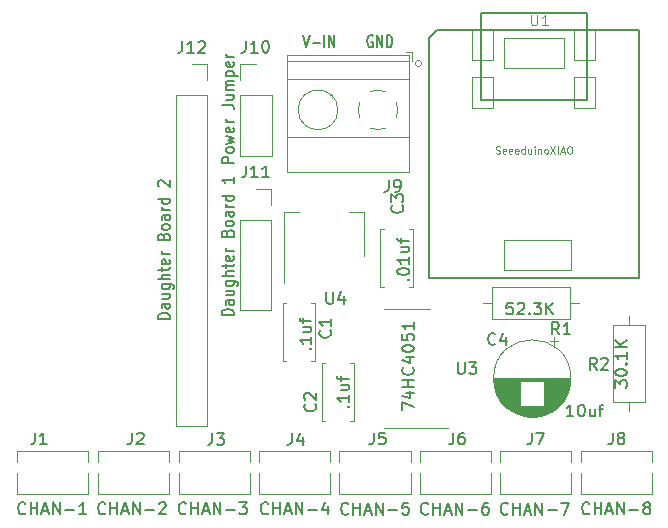
<source format=gbr>
%TF.GenerationSoftware,KiCad,Pcbnew,5.1.10-88a1d61d58~90~ubuntu20.04.1*%
%TF.CreationDate,2021-09-12T16:28:58-04:00*%
%TF.ProjectId,VoltageCurrentPowerMeter,566f6c74-6167-4654-9375-7272656e7450,rev?*%
%TF.SameCoordinates,Original*%
%TF.FileFunction,Legend,Top*%
%TF.FilePolarity,Positive*%
%FSLAX46Y46*%
G04 Gerber Fmt 4.6, Leading zero omitted, Abs format (unit mm)*
G04 Created by KiCad (PCBNEW 5.1.10-88a1d61d58~90~ubuntu20.04.1) date 2021-09-12 16:28:58*
%MOMM*%
%LPD*%
G01*
G04 APERTURE LIST*
%ADD10C,0.120000*%
%ADD11C,0.066040*%
%ADD12C,0.127000*%
%ADD13C,0.100000*%
%ADD14C,0.150000*%
%ADD15C,0.101600*%
%ADD16C,0.076200*%
G04 APERTURE END LIST*
D10*
%TO.C,J12*%
X69155000Y-87553800D02*
X71815000Y-87553800D01*
X69155000Y-87553800D02*
X69155000Y-115553800D01*
X69155000Y-115553800D02*
X71815000Y-115553800D01*
X71815000Y-87553800D02*
X71815000Y-115553800D01*
X71815000Y-84953800D02*
X71815000Y-86283800D01*
X70485000Y-84953800D02*
X71815000Y-84953800D01*
%TO.C,J10*%
X74616000Y-92668400D02*
X77276000Y-92668400D01*
X74616000Y-87528400D02*
X74616000Y-92668400D01*
X77276000Y-87528400D02*
X77276000Y-92668400D01*
X74616000Y-87528400D02*
X77276000Y-87528400D01*
X74616000Y-86258400D02*
X74616000Y-84928400D01*
X74616000Y-84928400D02*
X75946000Y-84928400D01*
%TO.C,J11*%
X74565200Y-98094800D02*
X77225200Y-98094800D01*
X74565200Y-98094800D02*
X74565200Y-105774800D01*
X74565200Y-105774800D02*
X77225200Y-105774800D01*
X77225200Y-98094800D02*
X77225200Y-105774800D01*
X77225200Y-95494800D02*
X77225200Y-96824800D01*
X75895200Y-95494800D02*
X77225200Y-95494800D01*
%TO.C,J8*%
X109436000Y-117692400D02*
X109436000Y-118642400D01*
X103416000Y-117692400D02*
X103416000Y-118642400D01*
X109436000Y-119542400D02*
X109436000Y-121362400D01*
X103416000Y-121362400D02*
X109436000Y-121362400D01*
X103416000Y-119542400D02*
X103416000Y-121362400D01*
X103416000Y-117692400D02*
X109436000Y-117692400D01*
%TO.C,J7*%
X102628800Y-117692400D02*
X102628800Y-118642400D01*
X96608800Y-117692400D02*
X96608800Y-118642400D01*
X102628800Y-119542400D02*
X102628800Y-121362400D01*
X96608800Y-121362400D02*
X102628800Y-121362400D01*
X96608800Y-119542400D02*
X96608800Y-121362400D01*
X96608800Y-117692400D02*
X102628800Y-117692400D01*
%TO.C,J6*%
X95821600Y-117692400D02*
X95821600Y-118642400D01*
X89801600Y-117692400D02*
X89801600Y-118642400D01*
X95821600Y-119542400D02*
X95821600Y-121362400D01*
X89801600Y-121362400D02*
X95821600Y-121362400D01*
X89801600Y-119542400D02*
X89801600Y-121362400D01*
X89801600Y-117692400D02*
X95821600Y-117692400D01*
%TO.C,J5*%
X89014400Y-117692400D02*
X89014400Y-118642400D01*
X82994400Y-117692400D02*
X82994400Y-118642400D01*
X89014400Y-119542400D02*
X89014400Y-121362400D01*
X82994400Y-121362400D02*
X89014400Y-121362400D01*
X82994400Y-119542400D02*
X82994400Y-121362400D01*
X82994400Y-117692400D02*
X89014400Y-117692400D01*
%TO.C,J4*%
X82207200Y-117692400D02*
X82207200Y-118642400D01*
X76187200Y-117692400D02*
X76187200Y-118642400D01*
X82207200Y-119542400D02*
X82207200Y-121362400D01*
X76187200Y-121362400D02*
X82207200Y-121362400D01*
X76187200Y-119542400D02*
X76187200Y-121362400D01*
X76187200Y-117692400D02*
X82207200Y-117692400D01*
%TO.C,J3*%
X75400000Y-117692400D02*
X75400000Y-118642400D01*
X69380000Y-117692400D02*
X69380000Y-118642400D01*
X75400000Y-119542400D02*
X75400000Y-121362400D01*
X69380000Y-121362400D02*
X75400000Y-121362400D01*
X69380000Y-119542400D02*
X69380000Y-121362400D01*
X69380000Y-117692400D02*
X75400000Y-117692400D01*
%TO.C,J2*%
X62522000Y-117692400D02*
X68542000Y-117692400D01*
X62522000Y-119542400D02*
X62522000Y-121362400D01*
X62522000Y-121362400D02*
X68542000Y-121362400D01*
X68542000Y-119542400D02*
X68542000Y-121362400D01*
X62522000Y-117692400D02*
X62522000Y-118642400D01*
X68542000Y-117692400D02*
X68542000Y-118642400D01*
%TO.C,J1*%
X61684000Y-117692400D02*
X61684000Y-118642400D01*
X55664000Y-117692400D02*
X55664000Y-118642400D01*
X61684000Y-119542400D02*
X61684000Y-121362400D01*
X55664000Y-121362400D02*
X61684000Y-121362400D01*
X55664000Y-119542400D02*
X55664000Y-121362400D01*
X55664000Y-117692400D02*
X61684000Y-117692400D01*
D11*
%TO.C,U1*%
X96926400Y-85242400D02*
X102006400Y-85242400D01*
X102006400Y-85242400D02*
X102006400Y-82702400D01*
X96926400Y-82702400D02*
X102006400Y-82702400D01*
X96926400Y-85242400D02*
X96926400Y-82702400D01*
X96926400Y-102387400D02*
X102641400Y-102387400D01*
X102641400Y-102387400D02*
X102641400Y-99847400D01*
X96926400Y-99847400D02*
X102641400Y-99847400D01*
X96926400Y-102387400D02*
X96926400Y-99847400D01*
X94259400Y-84607400D02*
X96037400Y-84607400D01*
X96037400Y-84607400D02*
X96037400Y-81940400D01*
X94259400Y-81940400D02*
X96037400Y-81940400D01*
X94259400Y-84607400D02*
X94259400Y-81940400D01*
X94259400Y-88673940D02*
X96037400Y-88673940D01*
X96037400Y-88673940D02*
X96037400Y-86004400D01*
X94259400Y-86004400D02*
X96037400Y-86004400D01*
X94259400Y-88673940D02*
X94259400Y-86004400D01*
X102895400Y-88673940D02*
X104673400Y-88673940D01*
X104673400Y-88673940D02*
X104673400Y-86004400D01*
X102895400Y-86004400D02*
X104673400Y-86004400D01*
X102895400Y-88673940D02*
X102895400Y-86004400D01*
X102895400Y-84607400D02*
X104673400Y-84607400D01*
X104673400Y-84607400D02*
X104673400Y-81940400D01*
X102895400Y-81940400D02*
X104673400Y-81940400D01*
X102895400Y-84607400D02*
X102895400Y-81940400D01*
D12*
X90576400Y-103022400D02*
X108374180Y-103022400D01*
X108374180Y-103022400D02*
X108374180Y-82024220D01*
X108374180Y-82024220D02*
X91246960Y-82024220D01*
X91246960Y-82024220D02*
X90576400Y-82694780D01*
X90576400Y-82694780D02*
X90576400Y-103022400D01*
X94975680Y-80599280D02*
X103969820Y-80599280D01*
X103969820Y-80599280D02*
X103969820Y-87952580D01*
X103969820Y-87952580D02*
X94970600Y-87952580D01*
X94970600Y-87952580D02*
X94970600Y-80599280D01*
D13*
X89941400Y-84861400D02*
G75*
G03*
X89941400Y-84861400I-254000J0D01*
G01*
D10*
%TO.C,U4*%
X85096400Y-97441500D02*
X83836400Y-97441500D01*
X78276400Y-97441500D02*
X79536400Y-97441500D01*
X85096400Y-101201500D02*
X85096400Y-97441500D01*
X78276400Y-103451500D02*
X78276400Y-97441500D01*
%TO.C,C1*%
X80922800Y-105135200D02*
X80922800Y-110075200D01*
X78182800Y-105135200D02*
X78182800Y-110075200D01*
X80922800Y-105135200D02*
X80607800Y-105135200D01*
X78497800Y-105135200D02*
X78182800Y-105135200D01*
X80922800Y-110075200D02*
X80607800Y-110075200D01*
X78497800Y-110075200D02*
X78182800Y-110075200D01*
%TO.C,C2*%
X83909800Y-110193600D02*
X84224800Y-110193600D01*
X81484800Y-110193600D02*
X81799800Y-110193600D01*
X83909800Y-115133600D02*
X84224800Y-115133600D01*
X81484800Y-115133600D02*
X81799800Y-115133600D01*
X84224800Y-115133600D02*
X84224800Y-110193600D01*
X81484800Y-115133600D02*
X81484800Y-110193600D01*
%TO.C,C3*%
X88888200Y-98865200D02*
X89203200Y-98865200D01*
X86463200Y-98865200D02*
X86778200Y-98865200D01*
X88888200Y-103805200D02*
X89203200Y-103805200D01*
X86463200Y-103805200D02*
X86778200Y-103805200D01*
X89203200Y-103805200D02*
X89203200Y-98865200D01*
X86463200Y-103805200D02*
X86463200Y-98865200D01*
%TO.C,C4*%
X101468000Y-108351559D02*
X100838000Y-108351559D01*
X101153000Y-108036559D02*
X101153000Y-108666559D01*
X99716000Y-114777800D02*
X98912000Y-114777800D01*
X99947000Y-114737800D02*
X98681000Y-114737800D01*
X100116000Y-114697800D02*
X98512000Y-114697800D01*
X100254000Y-114657800D02*
X98374000Y-114657800D01*
X100373000Y-114617800D02*
X98255000Y-114617800D01*
X100479000Y-114577800D02*
X98149000Y-114577800D01*
X100576000Y-114537800D02*
X98052000Y-114537800D01*
X100664000Y-114497800D02*
X97964000Y-114497800D01*
X100746000Y-114457800D02*
X97882000Y-114457800D01*
X100823000Y-114417800D02*
X97805000Y-114417800D01*
X100895000Y-114377800D02*
X97733000Y-114377800D01*
X100964000Y-114337800D02*
X97664000Y-114337800D01*
X101028000Y-114297800D02*
X97600000Y-114297800D01*
X101090000Y-114257800D02*
X97538000Y-114257800D01*
X101148000Y-114217800D02*
X97480000Y-114217800D01*
X101204000Y-114177800D02*
X97424000Y-114177800D01*
X101258000Y-114137800D02*
X97370000Y-114137800D01*
X101309000Y-114097800D02*
X97319000Y-114097800D01*
X101358000Y-114057800D02*
X97270000Y-114057800D01*
X101406000Y-114017800D02*
X97222000Y-114017800D01*
X101451000Y-113977800D02*
X97177000Y-113977800D01*
X101496000Y-113937800D02*
X97132000Y-113937800D01*
X101538000Y-113897800D02*
X97090000Y-113897800D01*
X101579000Y-113857800D02*
X97049000Y-113857800D01*
X98274000Y-113817800D02*
X97009000Y-113817800D01*
X101619000Y-113817800D02*
X100354000Y-113817800D01*
X98274000Y-113777800D02*
X96971000Y-113777800D01*
X101657000Y-113777800D02*
X100354000Y-113777800D01*
X98274000Y-113737800D02*
X96934000Y-113737800D01*
X101694000Y-113737800D02*
X100354000Y-113737800D01*
X98274000Y-113697800D02*
X96898000Y-113697800D01*
X101730000Y-113697800D02*
X100354000Y-113697800D01*
X98274000Y-113657800D02*
X96864000Y-113657800D01*
X101764000Y-113657800D02*
X100354000Y-113657800D01*
X98274000Y-113617800D02*
X96830000Y-113617800D01*
X101798000Y-113617800D02*
X100354000Y-113617800D01*
X98274000Y-113577800D02*
X96798000Y-113577800D01*
X101830000Y-113577800D02*
X100354000Y-113577800D01*
X98274000Y-113537800D02*
X96766000Y-113537800D01*
X101862000Y-113537800D02*
X100354000Y-113537800D01*
X98274000Y-113497800D02*
X96736000Y-113497800D01*
X101892000Y-113497800D02*
X100354000Y-113497800D01*
X98274000Y-113457800D02*
X96707000Y-113457800D01*
X101921000Y-113457800D02*
X100354000Y-113457800D01*
X98274000Y-113417800D02*
X96678000Y-113417800D01*
X101950000Y-113417800D02*
X100354000Y-113417800D01*
X98274000Y-113377800D02*
X96650000Y-113377800D01*
X101978000Y-113377800D02*
X100354000Y-113377800D01*
X98274000Y-113337800D02*
X96624000Y-113337800D01*
X102004000Y-113337800D02*
X100354000Y-113337800D01*
X98274000Y-113297800D02*
X96598000Y-113297800D01*
X102030000Y-113297800D02*
X100354000Y-113297800D01*
X98274000Y-113257800D02*
X96572000Y-113257800D01*
X102056000Y-113257800D02*
X100354000Y-113257800D01*
X98274000Y-113217800D02*
X96548000Y-113217800D01*
X102080000Y-113217800D02*
X100354000Y-113217800D01*
X98274000Y-113177800D02*
X96524000Y-113177800D01*
X102104000Y-113177800D02*
X100354000Y-113177800D01*
X98274000Y-113137800D02*
X96502000Y-113137800D01*
X102126000Y-113137800D02*
X100354000Y-113137800D01*
X98274000Y-113097800D02*
X96480000Y-113097800D01*
X102148000Y-113097800D02*
X100354000Y-113097800D01*
X98274000Y-113057800D02*
X96458000Y-113057800D01*
X102170000Y-113057800D02*
X100354000Y-113057800D01*
X98274000Y-113017800D02*
X96438000Y-113017800D01*
X102190000Y-113017800D02*
X100354000Y-113017800D01*
X98274000Y-112977800D02*
X96418000Y-112977800D01*
X102210000Y-112977800D02*
X100354000Y-112977800D01*
X98274000Y-112937800D02*
X96398000Y-112937800D01*
X102230000Y-112937800D02*
X100354000Y-112937800D01*
X98274000Y-112897800D02*
X96380000Y-112897800D01*
X102248000Y-112897800D02*
X100354000Y-112897800D01*
X98274000Y-112857800D02*
X96362000Y-112857800D01*
X102266000Y-112857800D02*
X100354000Y-112857800D01*
X98274000Y-112817800D02*
X96344000Y-112817800D01*
X102284000Y-112817800D02*
X100354000Y-112817800D01*
X98274000Y-112777800D02*
X96328000Y-112777800D01*
X102300000Y-112777800D02*
X100354000Y-112777800D01*
X98274000Y-112737800D02*
X96312000Y-112737800D01*
X102316000Y-112737800D02*
X100354000Y-112737800D01*
X98274000Y-112697800D02*
X96296000Y-112697800D01*
X102332000Y-112697800D02*
X100354000Y-112697800D01*
X98274000Y-112657800D02*
X96281000Y-112657800D01*
X102347000Y-112657800D02*
X100354000Y-112657800D01*
X98274000Y-112617800D02*
X96267000Y-112617800D01*
X102361000Y-112617800D02*
X100354000Y-112617800D01*
X98274000Y-112577800D02*
X96253000Y-112577800D01*
X102375000Y-112577800D02*
X100354000Y-112577800D01*
X98274000Y-112537800D02*
X96240000Y-112537800D01*
X102388000Y-112537800D02*
X100354000Y-112537800D01*
X98274000Y-112497800D02*
X96228000Y-112497800D01*
X102400000Y-112497800D02*
X100354000Y-112497800D01*
X98274000Y-112457800D02*
X96216000Y-112457800D01*
X102412000Y-112457800D02*
X100354000Y-112457800D01*
X98274000Y-112417800D02*
X96204000Y-112417800D01*
X102424000Y-112417800D02*
X100354000Y-112417800D01*
X98274000Y-112377800D02*
X96193000Y-112377800D01*
X102435000Y-112377800D02*
X100354000Y-112377800D01*
X98274000Y-112337800D02*
X96183000Y-112337800D01*
X102445000Y-112337800D02*
X100354000Y-112337800D01*
X98274000Y-112297800D02*
X96173000Y-112297800D01*
X102455000Y-112297800D02*
X100354000Y-112297800D01*
X98274000Y-112257800D02*
X96164000Y-112257800D01*
X102464000Y-112257800D02*
X100354000Y-112257800D01*
X98274000Y-112216800D02*
X96155000Y-112216800D01*
X102473000Y-112216800D02*
X100354000Y-112216800D01*
X98274000Y-112176800D02*
X96147000Y-112176800D01*
X102481000Y-112176800D02*
X100354000Y-112176800D01*
X98274000Y-112136800D02*
X96139000Y-112136800D01*
X102489000Y-112136800D02*
X100354000Y-112136800D01*
X98274000Y-112096800D02*
X96132000Y-112096800D01*
X102496000Y-112096800D02*
X100354000Y-112096800D01*
X98274000Y-112056800D02*
X96125000Y-112056800D01*
X102503000Y-112056800D02*
X100354000Y-112056800D01*
X98274000Y-112016800D02*
X96119000Y-112016800D01*
X102509000Y-112016800D02*
X100354000Y-112016800D01*
X98274000Y-111976800D02*
X96113000Y-111976800D01*
X102515000Y-111976800D02*
X100354000Y-111976800D01*
X98274000Y-111936800D02*
X96108000Y-111936800D01*
X102520000Y-111936800D02*
X100354000Y-111936800D01*
X98274000Y-111896800D02*
X96103000Y-111896800D01*
X102525000Y-111896800D02*
X100354000Y-111896800D01*
X98274000Y-111856800D02*
X96099000Y-111856800D01*
X102529000Y-111856800D02*
X100354000Y-111856800D01*
X98274000Y-111816800D02*
X96096000Y-111816800D01*
X102532000Y-111816800D02*
X100354000Y-111816800D01*
X98274000Y-111776800D02*
X96092000Y-111776800D01*
X102536000Y-111776800D02*
X100354000Y-111776800D01*
X102538000Y-111736800D02*
X96090000Y-111736800D01*
X102541000Y-111696800D02*
X96087000Y-111696800D01*
X102542000Y-111656800D02*
X96086000Y-111656800D01*
X102544000Y-111616800D02*
X96084000Y-111616800D01*
X102544000Y-111576800D02*
X96084000Y-111576800D01*
X102544000Y-111536800D02*
X96084000Y-111536800D01*
X102584000Y-111536800D02*
G75*
G03*
X102584000Y-111536800I-3270000J0D01*
G01*
%TO.C,J9*%
X89098400Y-83898400D02*
X88598400Y-83898400D01*
X89098400Y-84638400D02*
X89098400Y-83898400D01*
X82405400Y-87775400D02*
X82452400Y-87729400D01*
X80108400Y-90073400D02*
X80143400Y-90037400D01*
X82212400Y-87559400D02*
X82247400Y-87524400D01*
X79903400Y-89867400D02*
X79950400Y-89821400D01*
X78578400Y-94059400D02*
X78578400Y-84138400D01*
X88858400Y-94059400D02*
X88858400Y-84138400D01*
X88858400Y-84138400D02*
X78578400Y-84138400D01*
X88858400Y-94059400D02*
X78578400Y-94059400D01*
X88858400Y-91099400D02*
X78578400Y-91099400D01*
X88858400Y-86198400D02*
X78578400Y-86198400D01*
X88858400Y-84698400D02*
X78578400Y-84698400D01*
X82858400Y-88798400D02*
G75*
G03*
X82858400Y-88798400I-1680000J0D01*
G01*
X85575082Y-87263644D02*
G75*
G02*
X86258400Y-87118400I683318J-1534756D01*
G01*
X84722974Y-89481442D02*
G75*
G02*
X84723400Y-88114400I1535426J683042D01*
G01*
X86941442Y-90333826D02*
G75*
G02*
X85574400Y-90333400I-683042J1535426D01*
G01*
X87793826Y-88115358D02*
G75*
G02*
X87793400Y-89482400I-1535426J-683042D01*
G01*
X86229595Y-87118147D02*
G75*
G02*
X86942400Y-87263400I28805J-1680253D01*
G01*
%TO.C,R1*%
X95942400Y-103786000D02*
X95942400Y-106526000D01*
X95942400Y-106526000D02*
X102482400Y-106526000D01*
X102482400Y-106526000D02*
X102482400Y-103786000D01*
X102482400Y-103786000D02*
X95942400Y-103786000D01*
X95172400Y-105156000D02*
X95942400Y-105156000D01*
X103252400Y-105156000D02*
X102482400Y-105156000D01*
%TO.C,R2*%
X107492800Y-114326800D02*
X107492800Y-113556800D01*
X107492800Y-106246800D02*
X107492800Y-107016800D01*
X108862800Y-113556800D02*
X108862800Y-107016800D01*
X106122800Y-113556800D02*
X108862800Y-113556800D01*
X106122800Y-107016800D02*
X106122800Y-113556800D01*
X108862800Y-107016800D02*
X106122800Y-107016800D01*
%TO.C,U3*%
X88747600Y-115753200D02*
X92197600Y-115753200D01*
X88747600Y-115753200D02*
X86797600Y-115753200D01*
X88747600Y-105633200D02*
X90697600Y-105633200D01*
X88747600Y-105633200D02*
X86797600Y-105633200D01*
%TO.C,J12*%
D14*
X69675476Y-82966180D02*
X69675476Y-83680466D01*
X69627857Y-83823323D01*
X69532619Y-83918561D01*
X69389761Y-83966180D01*
X69294523Y-83966180D01*
X70675476Y-83966180D02*
X70104047Y-83966180D01*
X70389761Y-83966180D02*
X70389761Y-82966180D01*
X70294523Y-83109038D01*
X70199285Y-83204276D01*
X70104047Y-83251895D01*
X71056428Y-83061419D02*
X71104047Y-83013800D01*
X71199285Y-82966180D01*
X71437380Y-82966180D01*
X71532619Y-83013800D01*
X71580238Y-83061419D01*
X71627857Y-83156657D01*
X71627857Y-83251895D01*
X71580238Y-83394752D01*
X71008809Y-83966180D01*
X71627857Y-83966180D01*
X68625980Y-106484800D02*
X67625980Y-106484800D01*
X67625980Y-106270514D01*
X67673600Y-106141942D01*
X67768838Y-106056228D01*
X67864076Y-106013371D01*
X68054552Y-105970514D01*
X68197409Y-105970514D01*
X68387885Y-106013371D01*
X68483123Y-106056228D01*
X68578361Y-106141942D01*
X68625980Y-106270514D01*
X68625980Y-106484800D01*
X68625980Y-105199085D02*
X68102171Y-105199085D01*
X68006933Y-105241942D01*
X67959314Y-105327657D01*
X67959314Y-105499085D01*
X68006933Y-105584800D01*
X68578361Y-105199085D02*
X68625980Y-105284800D01*
X68625980Y-105499085D01*
X68578361Y-105584800D01*
X68483123Y-105627657D01*
X68387885Y-105627657D01*
X68292647Y-105584800D01*
X68245028Y-105499085D01*
X68245028Y-105284800D01*
X68197409Y-105199085D01*
X67959314Y-104384800D02*
X68625980Y-104384800D01*
X67959314Y-104770514D02*
X68483123Y-104770514D01*
X68578361Y-104727657D01*
X68625980Y-104641942D01*
X68625980Y-104513371D01*
X68578361Y-104427657D01*
X68530742Y-104384800D01*
X67959314Y-103570514D02*
X68768838Y-103570514D01*
X68864076Y-103613371D01*
X68911695Y-103656228D01*
X68959314Y-103741942D01*
X68959314Y-103870514D01*
X68911695Y-103956228D01*
X68578361Y-103570514D02*
X68625980Y-103656228D01*
X68625980Y-103827657D01*
X68578361Y-103913371D01*
X68530742Y-103956228D01*
X68435504Y-103999085D01*
X68149790Y-103999085D01*
X68054552Y-103956228D01*
X68006933Y-103913371D01*
X67959314Y-103827657D01*
X67959314Y-103656228D01*
X68006933Y-103570514D01*
X68625980Y-103141942D02*
X67625980Y-103141942D01*
X68625980Y-102756228D02*
X68102171Y-102756228D01*
X68006933Y-102799085D01*
X67959314Y-102884800D01*
X67959314Y-103013371D01*
X68006933Y-103099085D01*
X68054552Y-103141942D01*
X67959314Y-102456228D02*
X67959314Y-102113371D01*
X67625980Y-102327657D02*
X68483123Y-102327657D01*
X68578361Y-102284800D01*
X68625980Y-102199085D01*
X68625980Y-102113371D01*
X68578361Y-101470514D02*
X68625980Y-101556228D01*
X68625980Y-101727657D01*
X68578361Y-101813371D01*
X68483123Y-101856228D01*
X68102171Y-101856228D01*
X68006933Y-101813371D01*
X67959314Y-101727657D01*
X67959314Y-101556228D01*
X68006933Y-101470514D01*
X68102171Y-101427657D01*
X68197409Y-101427657D01*
X68292647Y-101856228D01*
X68625980Y-101041942D02*
X67959314Y-101041942D01*
X68149790Y-101041942D02*
X68054552Y-100999085D01*
X68006933Y-100956228D01*
X67959314Y-100870514D01*
X67959314Y-100784800D01*
X68102171Y-99499085D02*
X68149790Y-99370514D01*
X68197409Y-99327657D01*
X68292647Y-99284800D01*
X68435504Y-99284800D01*
X68530742Y-99327657D01*
X68578361Y-99370514D01*
X68625980Y-99456228D01*
X68625980Y-99799085D01*
X67625980Y-99799085D01*
X67625980Y-99499085D01*
X67673600Y-99413371D01*
X67721219Y-99370514D01*
X67816457Y-99327657D01*
X67911695Y-99327657D01*
X68006933Y-99370514D01*
X68054552Y-99413371D01*
X68102171Y-99499085D01*
X68102171Y-99799085D01*
X68625980Y-98770514D02*
X68578361Y-98856228D01*
X68530742Y-98899085D01*
X68435504Y-98941942D01*
X68149790Y-98941942D01*
X68054552Y-98899085D01*
X68006933Y-98856228D01*
X67959314Y-98770514D01*
X67959314Y-98641942D01*
X68006933Y-98556228D01*
X68054552Y-98513371D01*
X68149790Y-98470514D01*
X68435504Y-98470514D01*
X68530742Y-98513371D01*
X68578361Y-98556228D01*
X68625980Y-98641942D01*
X68625980Y-98770514D01*
X68625980Y-97699085D02*
X68102171Y-97699085D01*
X68006933Y-97741942D01*
X67959314Y-97827657D01*
X67959314Y-97999085D01*
X68006933Y-98084800D01*
X68578361Y-97699085D02*
X68625980Y-97784800D01*
X68625980Y-97999085D01*
X68578361Y-98084800D01*
X68483123Y-98127657D01*
X68387885Y-98127657D01*
X68292647Y-98084800D01*
X68245028Y-97999085D01*
X68245028Y-97784800D01*
X68197409Y-97699085D01*
X68625980Y-97270514D02*
X67959314Y-97270514D01*
X68149790Y-97270514D02*
X68054552Y-97227657D01*
X68006933Y-97184800D01*
X67959314Y-97099085D01*
X67959314Y-97013371D01*
X68625980Y-96327657D02*
X67625980Y-96327657D01*
X68578361Y-96327657D02*
X68625980Y-96413371D01*
X68625980Y-96584800D01*
X68578361Y-96670514D01*
X68530742Y-96713371D01*
X68435504Y-96756228D01*
X68149790Y-96756228D01*
X68054552Y-96713371D01*
X68006933Y-96670514D01*
X67959314Y-96584800D01*
X67959314Y-96413371D01*
X68006933Y-96327657D01*
X67721219Y-95256228D02*
X67673600Y-95213371D01*
X67625980Y-95127657D01*
X67625980Y-94913371D01*
X67673600Y-94827657D01*
X67721219Y-94784800D01*
X67816457Y-94741942D01*
X67911695Y-94741942D01*
X68054552Y-94784800D01*
X68625980Y-95299085D01*
X68625980Y-94741942D01*
%TO.C,J10*%
X75060276Y-82942180D02*
X75060276Y-83656466D01*
X75012657Y-83799323D01*
X74917419Y-83894561D01*
X74774561Y-83942180D01*
X74679323Y-83942180D01*
X76060276Y-83942180D02*
X75488847Y-83942180D01*
X75774561Y-83942180D02*
X75774561Y-82942180D01*
X75679323Y-83085038D01*
X75584085Y-83180276D01*
X75488847Y-83227895D01*
X76679323Y-82942180D02*
X76774561Y-82942180D01*
X76869800Y-82989800D01*
X76917419Y-83037419D01*
X76965038Y-83132657D01*
X77012657Y-83323133D01*
X77012657Y-83561228D01*
X76965038Y-83751704D01*
X76917419Y-83846942D01*
X76869800Y-83894561D01*
X76774561Y-83942180D01*
X76679323Y-83942180D01*
X76584085Y-83894561D01*
X76536466Y-83846942D01*
X76488847Y-83751704D01*
X76441228Y-83561228D01*
X76441228Y-83323133D01*
X76488847Y-83132657D01*
X76536466Y-83037419D01*
X76584085Y-82989800D01*
X76679323Y-82942180D01*
X74061580Y-93290457D02*
X73061580Y-93290457D01*
X73061580Y-92947600D01*
X73109200Y-92861885D01*
X73156819Y-92819028D01*
X73252057Y-92776171D01*
X73394914Y-92776171D01*
X73490152Y-92819028D01*
X73537771Y-92861885D01*
X73585390Y-92947600D01*
X73585390Y-93290457D01*
X74061580Y-92261885D02*
X74013961Y-92347600D01*
X73966342Y-92390457D01*
X73871104Y-92433314D01*
X73585390Y-92433314D01*
X73490152Y-92390457D01*
X73442533Y-92347600D01*
X73394914Y-92261885D01*
X73394914Y-92133314D01*
X73442533Y-92047600D01*
X73490152Y-92004742D01*
X73585390Y-91961885D01*
X73871104Y-91961885D01*
X73966342Y-92004742D01*
X74013961Y-92047600D01*
X74061580Y-92133314D01*
X74061580Y-92261885D01*
X73394914Y-91661885D02*
X74061580Y-91490457D01*
X73585390Y-91319028D01*
X74061580Y-91147600D01*
X73394914Y-90976171D01*
X74013961Y-90290457D02*
X74061580Y-90376171D01*
X74061580Y-90547600D01*
X74013961Y-90633314D01*
X73918723Y-90676171D01*
X73537771Y-90676171D01*
X73442533Y-90633314D01*
X73394914Y-90547600D01*
X73394914Y-90376171D01*
X73442533Y-90290457D01*
X73537771Y-90247600D01*
X73633009Y-90247600D01*
X73728247Y-90676171D01*
X74061580Y-89861885D02*
X73394914Y-89861885D01*
X73585390Y-89861885D02*
X73490152Y-89819028D01*
X73442533Y-89776171D01*
X73394914Y-89690457D01*
X73394914Y-89604742D01*
X73061580Y-88361885D02*
X73775866Y-88361885D01*
X73918723Y-88404742D01*
X74013961Y-88490457D01*
X74061580Y-88619028D01*
X74061580Y-88704742D01*
X73394914Y-87547600D02*
X74061580Y-87547600D01*
X73394914Y-87933314D02*
X73918723Y-87933314D01*
X74013961Y-87890457D01*
X74061580Y-87804742D01*
X74061580Y-87676171D01*
X74013961Y-87590457D01*
X73966342Y-87547600D01*
X74061580Y-87119028D02*
X73394914Y-87119028D01*
X73490152Y-87119028D02*
X73442533Y-87076171D01*
X73394914Y-86990457D01*
X73394914Y-86861885D01*
X73442533Y-86776171D01*
X73537771Y-86733314D01*
X74061580Y-86733314D01*
X73537771Y-86733314D02*
X73442533Y-86690457D01*
X73394914Y-86604742D01*
X73394914Y-86476171D01*
X73442533Y-86390457D01*
X73537771Y-86347600D01*
X74061580Y-86347600D01*
X73394914Y-85919028D02*
X74394914Y-85919028D01*
X73442533Y-85919028D02*
X73394914Y-85833314D01*
X73394914Y-85661885D01*
X73442533Y-85576171D01*
X73490152Y-85533314D01*
X73585390Y-85490457D01*
X73871104Y-85490457D01*
X73966342Y-85533314D01*
X74013961Y-85576171D01*
X74061580Y-85661885D01*
X74061580Y-85833314D01*
X74013961Y-85919028D01*
X74013961Y-84761885D02*
X74061580Y-84847600D01*
X74061580Y-85019028D01*
X74013961Y-85104742D01*
X73918723Y-85147600D01*
X73537771Y-85147600D01*
X73442533Y-85104742D01*
X73394914Y-85019028D01*
X73394914Y-84847600D01*
X73442533Y-84761885D01*
X73537771Y-84719028D01*
X73633009Y-84719028D01*
X73728247Y-85147600D01*
X74061580Y-84333314D02*
X73394914Y-84333314D01*
X73585390Y-84333314D02*
X73490152Y-84290457D01*
X73442533Y-84247600D01*
X73394914Y-84161885D01*
X73394914Y-84076171D01*
%TO.C,J11*%
X75085676Y-93507180D02*
X75085676Y-94221466D01*
X75038057Y-94364323D01*
X74942819Y-94459561D01*
X74799961Y-94507180D01*
X74704723Y-94507180D01*
X76085676Y-94507180D02*
X75514247Y-94507180D01*
X75799961Y-94507180D02*
X75799961Y-93507180D01*
X75704723Y-93650038D01*
X75609485Y-93745276D01*
X75514247Y-93792895D01*
X77038057Y-94507180D02*
X76466628Y-94507180D01*
X76752342Y-94507180D02*
X76752342Y-93507180D01*
X76657104Y-93650038D01*
X76561866Y-93745276D01*
X76466628Y-93792895D01*
X74036180Y-106205400D02*
X73036180Y-106205400D01*
X73036180Y-105991114D01*
X73083800Y-105862542D01*
X73179038Y-105776828D01*
X73274276Y-105733971D01*
X73464752Y-105691114D01*
X73607609Y-105691114D01*
X73798085Y-105733971D01*
X73893323Y-105776828D01*
X73988561Y-105862542D01*
X74036180Y-105991114D01*
X74036180Y-106205400D01*
X74036180Y-104919685D02*
X73512371Y-104919685D01*
X73417133Y-104962542D01*
X73369514Y-105048257D01*
X73369514Y-105219685D01*
X73417133Y-105305400D01*
X73988561Y-104919685D02*
X74036180Y-105005400D01*
X74036180Y-105219685D01*
X73988561Y-105305400D01*
X73893323Y-105348257D01*
X73798085Y-105348257D01*
X73702847Y-105305400D01*
X73655228Y-105219685D01*
X73655228Y-105005400D01*
X73607609Y-104919685D01*
X73369514Y-104105400D02*
X74036180Y-104105400D01*
X73369514Y-104491114D02*
X73893323Y-104491114D01*
X73988561Y-104448257D01*
X74036180Y-104362542D01*
X74036180Y-104233971D01*
X73988561Y-104148257D01*
X73940942Y-104105400D01*
X73369514Y-103291114D02*
X74179038Y-103291114D01*
X74274276Y-103333971D01*
X74321895Y-103376828D01*
X74369514Y-103462542D01*
X74369514Y-103591114D01*
X74321895Y-103676828D01*
X73988561Y-103291114D02*
X74036180Y-103376828D01*
X74036180Y-103548257D01*
X73988561Y-103633971D01*
X73940942Y-103676828D01*
X73845704Y-103719685D01*
X73559990Y-103719685D01*
X73464752Y-103676828D01*
X73417133Y-103633971D01*
X73369514Y-103548257D01*
X73369514Y-103376828D01*
X73417133Y-103291114D01*
X74036180Y-102862542D02*
X73036180Y-102862542D01*
X74036180Y-102476828D02*
X73512371Y-102476828D01*
X73417133Y-102519685D01*
X73369514Y-102605400D01*
X73369514Y-102733971D01*
X73417133Y-102819685D01*
X73464752Y-102862542D01*
X73369514Y-102176828D02*
X73369514Y-101833971D01*
X73036180Y-102048257D02*
X73893323Y-102048257D01*
X73988561Y-102005400D01*
X74036180Y-101919685D01*
X74036180Y-101833971D01*
X73988561Y-101191114D02*
X74036180Y-101276828D01*
X74036180Y-101448257D01*
X73988561Y-101533971D01*
X73893323Y-101576828D01*
X73512371Y-101576828D01*
X73417133Y-101533971D01*
X73369514Y-101448257D01*
X73369514Y-101276828D01*
X73417133Y-101191114D01*
X73512371Y-101148257D01*
X73607609Y-101148257D01*
X73702847Y-101576828D01*
X74036180Y-100762542D02*
X73369514Y-100762542D01*
X73559990Y-100762542D02*
X73464752Y-100719685D01*
X73417133Y-100676828D01*
X73369514Y-100591114D01*
X73369514Y-100505400D01*
X73512371Y-99219685D02*
X73559990Y-99091114D01*
X73607609Y-99048257D01*
X73702847Y-99005400D01*
X73845704Y-99005400D01*
X73940942Y-99048257D01*
X73988561Y-99091114D01*
X74036180Y-99176828D01*
X74036180Y-99519685D01*
X73036180Y-99519685D01*
X73036180Y-99219685D01*
X73083800Y-99133971D01*
X73131419Y-99091114D01*
X73226657Y-99048257D01*
X73321895Y-99048257D01*
X73417133Y-99091114D01*
X73464752Y-99133971D01*
X73512371Y-99219685D01*
X73512371Y-99519685D01*
X74036180Y-98491114D02*
X73988561Y-98576828D01*
X73940942Y-98619685D01*
X73845704Y-98662542D01*
X73559990Y-98662542D01*
X73464752Y-98619685D01*
X73417133Y-98576828D01*
X73369514Y-98491114D01*
X73369514Y-98362542D01*
X73417133Y-98276828D01*
X73464752Y-98233971D01*
X73559990Y-98191114D01*
X73845704Y-98191114D01*
X73940942Y-98233971D01*
X73988561Y-98276828D01*
X74036180Y-98362542D01*
X74036180Y-98491114D01*
X74036180Y-97419685D02*
X73512371Y-97419685D01*
X73417133Y-97462542D01*
X73369514Y-97548257D01*
X73369514Y-97719685D01*
X73417133Y-97805400D01*
X73988561Y-97419685D02*
X74036180Y-97505400D01*
X74036180Y-97719685D01*
X73988561Y-97805400D01*
X73893323Y-97848257D01*
X73798085Y-97848257D01*
X73702847Y-97805400D01*
X73655228Y-97719685D01*
X73655228Y-97505400D01*
X73607609Y-97419685D01*
X74036180Y-96991114D02*
X73369514Y-96991114D01*
X73559990Y-96991114D02*
X73464752Y-96948257D01*
X73417133Y-96905400D01*
X73369514Y-96819685D01*
X73369514Y-96733971D01*
X74036180Y-96048257D02*
X73036180Y-96048257D01*
X73988561Y-96048257D02*
X74036180Y-96133971D01*
X74036180Y-96305400D01*
X73988561Y-96391114D01*
X73940942Y-96433971D01*
X73845704Y-96476828D01*
X73559990Y-96476828D01*
X73464752Y-96433971D01*
X73417133Y-96391114D01*
X73369514Y-96305400D01*
X73369514Y-96133971D01*
X73417133Y-96048257D01*
X74036180Y-94462542D02*
X74036180Y-94976828D01*
X74036180Y-94719685D02*
X73036180Y-94719685D01*
X73179038Y-94805400D01*
X73274276Y-94891114D01*
X73321895Y-94976828D01*
%TO.C,J8*%
X106118066Y-116114580D02*
X106118066Y-116828866D01*
X106070447Y-116971723D01*
X105975209Y-117066961D01*
X105832352Y-117114580D01*
X105737114Y-117114580D01*
X106737114Y-116543152D02*
X106641876Y-116495533D01*
X106594257Y-116447914D01*
X106546638Y-116352676D01*
X106546638Y-116305057D01*
X106594257Y-116209819D01*
X106641876Y-116162200D01*
X106737114Y-116114580D01*
X106927590Y-116114580D01*
X107022828Y-116162200D01*
X107070447Y-116209819D01*
X107118066Y-116305057D01*
X107118066Y-116352676D01*
X107070447Y-116447914D01*
X107022828Y-116495533D01*
X106927590Y-116543152D01*
X106737114Y-116543152D01*
X106641876Y-116590771D01*
X106594257Y-116638390D01*
X106546638Y-116733628D01*
X106546638Y-116924104D01*
X106594257Y-117019342D01*
X106641876Y-117066961D01*
X106737114Y-117114580D01*
X106927590Y-117114580D01*
X107022828Y-117066961D01*
X107070447Y-117019342D01*
X107118066Y-116924104D01*
X107118066Y-116733628D01*
X107070447Y-116638390D01*
X107022828Y-116590771D01*
X106927590Y-116543152D01*
X104164095Y-122937542D02*
X104116476Y-122985161D01*
X103973619Y-123032780D01*
X103878380Y-123032780D01*
X103735523Y-122985161D01*
X103640285Y-122889923D01*
X103592666Y-122794685D01*
X103545047Y-122604209D01*
X103545047Y-122461352D01*
X103592666Y-122270876D01*
X103640285Y-122175638D01*
X103735523Y-122080400D01*
X103878380Y-122032780D01*
X103973619Y-122032780D01*
X104116476Y-122080400D01*
X104164095Y-122128019D01*
X104592666Y-123032780D02*
X104592666Y-122032780D01*
X104592666Y-122508971D02*
X105164095Y-122508971D01*
X105164095Y-123032780D02*
X105164095Y-122032780D01*
X105592666Y-122747066D02*
X106068857Y-122747066D01*
X105497428Y-123032780D02*
X105830761Y-122032780D01*
X106164095Y-123032780D01*
X106497428Y-123032780D02*
X106497428Y-122032780D01*
X107068857Y-123032780D01*
X107068857Y-122032780D01*
X107545047Y-122651828D02*
X108306952Y-122651828D01*
X108926000Y-122461352D02*
X108830761Y-122413733D01*
X108783142Y-122366114D01*
X108735523Y-122270876D01*
X108735523Y-122223257D01*
X108783142Y-122128019D01*
X108830761Y-122080400D01*
X108926000Y-122032780D01*
X109116476Y-122032780D01*
X109211714Y-122080400D01*
X109259333Y-122128019D01*
X109306952Y-122223257D01*
X109306952Y-122270876D01*
X109259333Y-122366114D01*
X109211714Y-122413733D01*
X109116476Y-122461352D01*
X108926000Y-122461352D01*
X108830761Y-122508971D01*
X108783142Y-122556590D01*
X108735523Y-122651828D01*
X108735523Y-122842304D01*
X108783142Y-122937542D01*
X108830761Y-122985161D01*
X108926000Y-123032780D01*
X109116476Y-123032780D01*
X109211714Y-122985161D01*
X109259333Y-122937542D01*
X109306952Y-122842304D01*
X109306952Y-122651828D01*
X109259333Y-122556590D01*
X109211714Y-122508971D01*
X109116476Y-122461352D01*
%TO.C,J7*%
X99285466Y-116114580D02*
X99285466Y-116828866D01*
X99237847Y-116971723D01*
X99142609Y-117066961D01*
X98999752Y-117114580D01*
X98904514Y-117114580D01*
X99666419Y-116114580D02*
X100333085Y-116114580D01*
X99904514Y-117114580D01*
X97255295Y-122962942D02*
X97207676Y-123010561D01*
X97064819Y-123058180D01*
X96969580Y-123058180D01*
X96826723Y-123010561D01*
X96731485Y-122915323D01*
X96683866Y-122820085D01*
X96636247Y-122629609D01*
X96636247Y-122486752D01*
X96683866Y-122296276D01*
X96731485Y-122201038D01*
X96826723Y-122105800D01*
X96969580Y-122058180D01*
X97064819Y-122058180D01*
X97207676Y-122105800D01*
X97255295Y-122153419D01*
X97683866Y-123058180D02*
X97683866Y-122058180D01*
X97683866Y-122534371D02*
X98255295Y-122534371D01*
X98255295Y-123058180D02*
X98255295Y-122058180D01*
X98683866Y-122772466D02*
X99160057Y-122772466D01*
X98588628Y-123058180D02*
X98921961Y-122058180D01*
X99255295Y-123058180D01*
X99588628Y-123058180D02*
X99588628Y-122058180D01*
X100160057Y-123058180D01*
X100160057Y-122058180D01*
X100636247Y-122677228D02*
X101398152Y-122677228D01*
X101779104Y-122058180D02*
X102445771Y-122058180D01*
X102017200Y-123058180D01*
%TO.C,J6*%
X92630666Y-116114580D02*
X92630666Y-116828866D01*
X92583047Y-116971723D01*
X92487809Y-117066961D01*
X92344952Y-117114580D01*
X92249714Y-117114580D01*
X93535428Y-116114580D02*
X93344952Y-116114580D01*
X93249714Y-116162200D01*
X93202095Y-116209819D01*
X93106857Y-116352676D01*
X93059238Y-116543152D01*
X93059238Y-116924104D01*
X93106857Y-117019342D01*
X93154476Y-117066961D01*
X93249714Y-117114580D01*
X93440190Y-117114580D01*
X93535428Y-117066961D01*
X93583047Y-117019342D01*
X93630666Y-116924104D01*
X93630666Y-116686009D01*
X93583047Y-116590771D01*
X93535428Y-116543152D01*
X93440190Y-116495533D01*
X93249714Y-116495533D01*
X93154476Y-116543152D01*
X93106857Y-116590771D01*
X93059238Y-116686009D01*
X90498895Y-122962942D02*
X90451276Y-123010561D01*
X90308419Y-123058180D01*
X90213180Y-123058180D01*
X90070323Y-123010561D01*
X89975085Y-122915323D01*
X89927466Y-122820085D01*
X89879847Y-122629609D01*
X89879847Y-122486752D01*
X89927466Y-122296276D01*
X89975085Y-122201038D01*
X90070323Y-122105800D01*
X90213180Y-122058180D01*
X90308419Y-122058180D01*
X90451276Y-122105800D01*
X90498895Y-122153419D01*
X90927466Y-123058180D02*
X90927466Y-122058180D01*
X90927466Y-122534371D02*
X91498895Y-122534371D01*
X91498895Y-123058180D02*
X91498895Y-122058180D01*
X91927466Y-122772466D02*
X92403657Y-122772466D01*
X91832228Y-123058180D02*
X92165561Y-122058180D01*
X92498895Y-123058180D01*
X92832228Y-123058180D02*
X92832228Y-122058180D01*
X93403657Y-123058180D01*
X93403657Y-122058180D01*
X93879847Y-122677228D02*
X94641752Y-122677228D01*
X95546514Y-122058180D02*
X95356038Y-122058180D01*
X95260800Y-122105800D01*
X95213180Y-122153419D01*
X95117942Y-122296276D01*
X95070323Y-122486752D01*
X95070323Y-122867704D01*
X95117942Y-122962942D01*
X95165561Y-123010561D01*
X95260800Y-123058180D01*
X95451276Y-123058180D01*
X95546514Y-123010561D01*
X95594133Y-122962942D01*
X95641752Y-122867704D01*
X95641752Y-122629609D01*
X95594133Y-122534371D01*
X95546514Y-122486752D01*
X95451276Y-122439133D01*
X95260800Y-122439133D01*
X95165561Y-122486752D01*
X95117942Y-122534371D01*
X95070323Y-122629609D01*
%TO.C,J5*%
X85899666Y-116114580D02*
X85899666Y-116828866D01*
X85852047Y-116971723D01*
X85756809Y-117066961D01*
X85613952Y-117114580D01*
X85518714Y-117114580D01*
X86852047Y-116114580D02*
X86375857Y-116114580D01*
X86328238Y-116590771D01*
X86375857Y-116543152D01*
X86471095Y-116495533D01*
X86709190Y-116495533D01*
X86804428Y-116543152D01*
X86852047Y-116590771D01*
X86899666Y-116686009D01*
X86899666Y-116924104D01*
X86852047Y-117019342D01*
X86804428Y-117066961D01*
X86709190Y-117114580D01*
X86471095Y-117114580D01*
X86375857Y-117066961D01*
X86328238Y-117019342D01*
X83742495Y-122962942D02*
X83694876Y-123010561D01*
X83552019Y-123058180D01*
X83456780Y-123058180D01*
X83313923Y-123010561D01*
X83218685Y-122915323D01*
X83171066Y-122820085D01*
X83123447Y-122629609D01*
X83123447Y-122486752D01*
X83171066Y-122296276D01*
X83218685Y-122201038D01*
X83313923Y-122105800D01*
X83456780Y-122058180D01*
X83552019Y-122058180D01*
X83694876Y-122105800D01*
X83742495Y-122153419D01*
X84171066Y-123058180D02*
X84171066Y-122058180D01*
X84171066Y-122534371D02*
X84742495Y-122534371D01*
X84742495Y-123058180D02*
X84742495Y-122058180D01*
X85171066Y-122772466D02*
X85647257Y-122772466D01*
X85075828Y-123058180D02*
X85409161Y-122058180D01*
X85742495Y-123058180D01*
X86075828Y-123058180D02*
X86075828Y-122058180D01*
X86647257Y-123058180D01*
X86647257Y-122058180D01*
X87123447Y-122677228D02*
X87885352Y-122677228D01*
X88837733Y-122058180D02*
X88361542Y-122058180D01*
X88313923Y-122534371D01*
X88361542Y-122486752D01*
X88456780Y-122439133D01*
X88694876Y-122439133D01*
X88790114Y-122486752D01*
X88837733Y-122534371D01*
X88885352Y-122629609D01*
X88885352Y-122867704D01*
X88837733Y-122962942D01*
X88790114Y-123010561D01*
X88694876Y-123058180D01*
X88456780Y-123058180D01*
X88361542Y-123010561D01*
X88313923Y-122962942D01*
%TO.C,J4*%
X78965466Y-116165380D02*
X78965466Y-116879666D01*
X78917847Y-117022523D01*
X78822609Y-117117761D01*
X78679752Y-117165380D01*
X78584514Y-117165380D01*
X79870228Y-116498714D02*
X79870228Y-117165380D01*
X79632133Y-116117761D02*
X79394038Y-116832047D01*
X80013085Y-116832047D01*
X76960695Y-122937542D02*
X76913076Y-122985161D01*
X76770219Y-123032780D01*
X76674980Y-123032780D01*
X76532123Y-122985161D01*
X76436885Y-122889923D01*
X76389266Y-122794685D01*
X76341647Y-122604209D01*
X76341647Y-122461352D01*
X76389266Y-122270876D01*
X76436885Y-122175638D01*
X76532123Y-122080400D01*
X76674980Y-122032780D01*
X76770219Y-122032780D01*
X76913076Y-122080400D01*
X76960695Y-122128019D01*
X77389266Y-123032780D02*
X77389266Y-122032780D01*
X77389266Y-122508971D02*
X77960695Y-122508971D01*
X77960695Y-123032780D02*
X77960695Y-122032780D01*
X78389266Y-122747066D02*
X78865457Y-122747066D01*
X78294028Y-123032780D02*
X78627361Y-122032780D01*
X78960695Y-123032780D01*
X79294028Y-123032780D02*
X79294028Y-122032780D01*
X79865457Y-123032780D01*
X79865457Y-122032780D01*
X80341647Y-122651828D02*
X81103552Y-122651828D01*
X82008314Y-122366114D02*
X82008314Y-123032780D01*
X81770219Y-121985161D02*
X81532123Y-122699447D01*
X82151171Y-122699447D01*
%TO.C,J3*%
X72209066Y-116165380D02*
X72209066Y-116879666D01*
X72161447Y-117022523D01*
X72066209Y-117117761D01*
X71923352Y-117165380D01*
X71828114Y-117165380D01*
X72590019Y-116165380D02*
X73209066Y-116165380D01*
X72875733Y-116546333D01*
X73018590Y-116546333D01*
X73113828Y-116593952D01*
X73161447Y-116641571D01*
X73209066Y-116736809D01*
X73209066Y-116974904D01*
X73161447Y-117070142D01*
X73113828Y-117117761D01*
X73018590Y-117165380D01*
X72732876Y-117165380D01*
X72637638Y-117117761D01*
X72590019Y-117070142D01*
X70001095Y-122937542D02*
X69953476Y-122985161D01*
X69810619Y-123032780D01*
X69715380Y-123032780D01*
X69572523Y-122985161D01*
X69477285Y-122889923D01*
X69429666Y-122794685D01*
X69382047Y-122604209D01*
X69382047Y-122461352D01*
X69429666Y-122270876D01*
X69477285Y-122175638D01*
X69572523Y-122080400D01*
X69715380Y-122032780D01*
X69810619Y-122032780D01*
X69953476Y-122080400D01*
X70001095Y-122128019D01*
X70429666Y-123032780D02*
X70429666Y-122032780D01*
X70429666Y-122508971D02*
X71001095Y-122508971D01*
X71001095Y-123032780D02*
X71001095Y-122032780D01*
X71429666Y-122747066D02*
X71905857Y-122747066D01*
X71334428Y-123032780D02*
X71667761Y-122032780D01*
X72001095Y-123032780D01*
X72334428Y-123032780D02*
X72334428Y-122032780D01*
X72905857Y-123032780D01*
X72905857Y-122032780D01*
X73382047Y-122651828D02*
X74143952Y-122651828D01*
X74524904Y-122032780D02*
X75143952Y-122032780D01*
X74810619Y-122413733D01*
X74953476Y-122413733D01*
X75048714Y-122461352D01*
X75096333Y-122508971D01*
X75143952Y-122604209D01*
X75143952Y-122842304D01*
X75096333Y-122937542D01*
X75048714Y-122985161D01*
X74953476Y-123032780D01*
X74667761Y-123032780D01*
X74572523Y-122985161D01*
X74524904Y-122937542D01*
%TO.C,J2*%
X65427266Y-116114580D02*
X65427266Y-116828866D01*
X65379647Y-116971723D01*
X65284409Y-117066961D01*
X65141552Y-117114580D01*
X65046314Y-117114580D01*
X65855838Y-116209819D02*
X65903457Y-116162200D01*
X65998695Y-116114580D01*
X66236790Y-116114580D01*
X66332028Y-116162200D01*
X66379647Y-116209819D01*
X66427266Y-116305057D01*
X66427266Y-116400295D01*
X66379647Y-116543152D01*
X65808219Y-117114580D01*
X66427266Y-117114580D01*
X63168495Y-122937542D02*
X63120876Y-122985161D01*
X62978019Y-123032780D01*
X62882780Y-123032780D01*
X62739923Y-122985161D01*
X62644685Y-122889923D01*
X62597066Y-122794685D01*
X62549447Y-122604209D01*
X62549447Y-122461352D01*
X62597066Y-122270876D01*
X62644685Y-122175638D01*
X62739923Y-122080400D01*
X62882780Y-122032780D01*
X62978019Y-122032780D01*
X63120876Y-122080400D01*
X63168495Y-122128019D01*
X63597066Y-123032780D02*
X63597066Y-122032780D01*
X63597066Y-122508971D02*
X64168495Y-122508971D01*
X64168495Y-123032780D02*
X64168495Y-122032780D01*
X64597066Y-122747066D02*
X65073257Y-122747066D01*
X64501828Y-123032780D02*
X64835161Y-122032780D01*
X65168495Y-123032780D01*
X65501828Y-123032780D02*
X65501828Y-122032780D01*
X66073257Y-123032780D01*
X66073257Y-122032780D01*
X66549447Y-122651828D02*
X67311352Y-122651828D01*
X67739923Y-122128019D02*
X67787542Y-122080400D01*
X67882780Y-122032780D01*
X68120876Y-122032780D01*
X68216114Y-122080400D01*
X68263733Y-122128019D01*
X68311352Y-122223257D01*
X68311352Y-122318495D01*
X68263733Y-122461352D01*
X67692304Y-123032780D01*
X68311352Y-123032780D01*
%TO.C,J1*%
X57223066Y-116114580D02*
X57223066Y-116828866D01*
X57175447Y-116971723D01*
X57080209Y-117066961D01*
X56937352Y-117114580D01*
X56842114Y-117114580D01*
X58223066Y-117114580D02*
X57651638Y-117114580D01*
X57937352Y-117114580D02*
X57937352Y-116114580D01*
X57842114Y-116257438D01*
X57746876Y-116352676D01*
X57651638Y-116400295D01*
X56412095Y-122937542D02*
X56364476Y-122985161D01*
X56221619Y-123032780D01*
X56126380Y-123032780D01*
X55983523Y-122985161D01*
X55888285Y-122889923D01*
X55840666Y-122794685D01*
X55793047Y-122604209D01*
X55793047Y-122461352D01*
X55840666Y-122270876D01*
X55888285Y-122175638D01*
X55983523Y-122080400D01*
X56126380Y-122032780D01*
X56221619Y-122032780D01*
X56364476Y-122080400D01*
X56412095Y-122128019D01*
X56840666Y-123032780D02*
X56840666Y-122032780D01*
X56840666Y-122508971D02*
X57412095Y-122508971D01*
X57412095Y-123032780D02*
X57412095Y-122032780D01*
X57840666Y-122747066D02*
X58316857Y-122747066D01*
X57745428Y-123032780D02*
X58078761Y-122032780D01*
X58412095Y-123032780D01*
X58745428Y-123032780D02*
X58745428Y-122032780D01*
X59316857Y-123032780D01*
X59316857Y-122032780D01*
X59793047Y-122651828D02*
X60554952Y-122651828D01*
X61554952Y-123032780D02*
X60983523Y-123032780D01*
X61269238Y-123032780D02*
X61269238Y-122032780D01*
X61174000Y-122175638D01*
X61078761Y-122270876D01*
X60983523Y-122318495D01*
%TO.C,U1*%
D15*
X99233566Y-80755066D02*
X99233566Y-81474733D01*
X99275900Y-81559400D01*
X99318233Y-81601733D01*
X99402900Y-81644066D01*
X99572233Y-81644066D01*
X99656900Y-81601733D01*
X99699233Y-81559400D01*
X99741566Y-81474733D01*
X99741566Y-80755066D01*
X100630566Y-81644066D02*
X100122566Y-81644066D01*
X100376566Y-81644066D02*
X100376566Y-80755066D01*
X100291900Y-80882066D01*
X100207233Y-80966733D01*
X100122566Y-81009066D01*
D16*
X96244228Y-92474142D02*
X96331314Y-92503171D01*
X96476457Y-92503171D01*
X96534514Y-92474142D01*
X96563542Y-92445114D01*
X96592571Y-92387057D01*
X96592571Y-92329000D01*
X96563542Y-92270942D01*
X96534514Y-92241914D01*
X96476457Y-92212885D01*
X96360342Y-92183857D01*
X96302285Y-92154828D01*
X96273257Y-92125800D01*
X96244228Y-92067742D01*
X96244228Y-92009685D01*
X96273257Y-91951628D01*
X96302285Y-91922600D01*
X96360342Y-91893571D01*
X96505485Y-91893571D01*
X96592571Y-91922600D01*
X97086057Y-92474142D02*
X97028000Y-92503171D01*
X96911885Y-92503171D01*
X96853828Y-92474142D01*
X96824800Y-92416085D01*
X96824800Y-92183857D01*
X96853828Y-92125800D01*
X96911885Y-92096771D01*
X97028000Y-92096771D01*
X97086057Y-92125800D01*
X97115085Y-92183857D01*
X97115085Y-92241914D01*
X96824800Y-92299971D01*
X97608571Y-92474142D02*
X97550514Y-92503171D01*
X97434400Y-92503171D01*
X97376342Y-92474142D01*
X97347314Y-92416085D01*
X97347314Y-92183857D01*
X97376342Y-92125800D01*
X97434400Y-92096771D01*
X97550514Y-92096771D01*
X97608571Y-92125800D01*
X97637600Y-92183857D01*
X97637600Y-92241914D01*
X97347314Y-92299971D01*
X98131085Y-92474142D02*
X98073028Y-92503171D01*
X97956914Y-92503171D01*
X97898857Y-92474142D01*
X97869828Y-92416085D01*
X97869828Y-92183857D01*
X97898857Y-92125800D01*
X97956914Y-92096771D01*
X98073028Y-92096771D01*
X98131085Y-92125800D01*
X98160114Y-92183857D01*
X98160114Y-92241914D01*
X97869828Y-92299971D01*
X98682628Y-92503171D02*
X98682628Y-91893571D01*
X98682628Y-92474142D02*
X98624571Y-92503171D01*
X98508457Y-92503171D01*
X98450400Y-92474142D01*
X98421371Y-92445114D01*
X98392342Y-92387057D01*
X98392342Y-92212885D01*
X98421371Y-92154828D01*
X98450400Y-92125800D01*
X98508457Y-92096771D01*
X98624571Y-92096771D01*
X98682628Y-92125800D01*
X99234171Y-92096771D02*
X99234171Y-92503171D01*
X98972914Y-92096771D02*
X98972914Y-92416085D01*
X99001942Y-92474142D01*
X99060000Y-92503171D01*
X99147085Y-92503171D01*
X99205142Y-92474142D01*
X99234171Y-92445114D01*
X99524457Y-92503171D02*
X99524457Y-92096771D01*
X99524457Y-91893571D02*
X99495428Y-91922600D01*
X99524457Y-91951628D01*
X99553485Y-91922600D01*
X99524457Y-91893571D01*
X99524457Y-91951628D01*
X99814742Y-92096771D02*
X99814742Y-92503171D01*
X99814742Y-92154828D02*
X99843771Y-92125800D01*
X99901828Y-92096771D01*
X99988914Y-92096771D01*
X100046971Y-92125800D01*
X100076000Y-92183857D01*
X100076000Y-92503171D01*
X100453371Y-92503171D02*
X100395314Y-92474142D01*
X100366285Y-92445114D01*
X100337257Y-92387057D01*
X100337257Y-92212885D01*
X100366285Y-92154828D01*
X100395314Y-92125800D01*
X100453371Y-92096771D01*
X100540457Y-92096771D01*
X100598514Y-92125800D01*
X100627542Y-92154828D01*
X100656571Y-92212885D01*
X100656571Y-92387057D01*
X100627542Y-92445114D01*
X100598514Y-92474142D01*
X100540457Y-92503171D01*
X100453371Y-92503171D01*
X100859771Y-91893571D02*
X101266171Y-92503171D01*
X101266171Y-91893571D02*
X100859771Y-92503171D01*
X101498400Y-92503171D02*
X101498400Y-91893571D01*
X101759657Y-92329000D02*
X102049942Y-92329000D01*
X101701600Y-92503171D02*
X101904800Y-91893571D01*
X102108000Y-92503171D01*
X102427314Y-91893571D02*
X102543428Y-91893571D01*
X102601485Y-91922600D01*
X102659542Y-91980657D01*
X102688571Y-92096771D01*
X102688571Y-92299971D01*
X102659542Y-92416085D01*
X102601485Y-92474142D01*
X102543428Y-92503171D01*
X102427314Y-92503171D01*
X102369257Y-92474142D01*
X102311200Y-92416085D01*
X102282171Y-92299971D01*
X102282171Y-92096771D01*
X102311200Y-91980657D01*
X102369257Y-91922600D01*
X102427314Y-91893571D01*
%TO.C,U4*%
D14*
X81889695Y-104201980D02*
X81889695Y-105011504D01*
X81937314Y-105106742D01*
X81984933Y-105154361D01*
X82080171Y-105201980D01*
X82270647Y-105201980D01*
X82365885Y-105154361D01*
X82413504Y-105106742D01*
X82461123Y-105011504D01*
X82461123Y-104201980D01*
X83365885Y-104535314D02*
X83365885Y-105201980D01*
X83127790Y-104154361D02*
X82889695Y-104868647D01*
X83508742Y-104868647D01*
%TO.C,C1*%
X82195942Y-107456266D02*
X82243561Y-107503885D01*
X82291180Y-107646742D01*
X82291180Y-107741980D01*
X82243561Y-107884838D01*
X82148323Y-107980076D01*
X82053085Y-108027695D01*
X81862609Y-108075314D01*
X81719752Y-108075314D01*
X81529276Y-108027695D01*
X81434038Y-107980076D01*
X81338800Y-107884838D01*
X81291180Y-107741980D01*
X81291180Y-107646742D01*
X81338800Y-107503885D01*
X81386419Y-107456266D01*
X82291180Y-106503885D02*
X82291180Y-107075314D01*
X82291180Y-106789600D02*
X81291180Y-106789600D01*
X81434038Y-106884838D01*
X81529276Y-106980076D01*
X81576895Y-107075314D01*
X80519542Y-109011885D02*
X80567161Y-108964266D01*
X80614780Y-109011885D01*
X80567161Y-109059504D01*
X80519542Y-109011885D01*
X80614780Y-109011885D01*
X80614780Y-108011885D02*
X80614780Y-108583314D01*
X80614780Y-108297600D02*
X79614780Y-108297600D01*
X79757638Y-108392838D01*
X79852876Y-108488076D01*
X79900495Y-108583314D01*
X79948114Y-107154742D02*
X80614780Y-107154742D01*
X79948114Y-107583314D02*
X80471923Y-107583314D01*
X80567161Y-107535695D01*
X80614780Y-107440457D01*
X80614780Y-107297600D01*
X80567161Y-107202361D01*
X80519542Y-107154742D01*
X79948114Y-106821409D02*
X79948114Y-106440457D01*
X80614780Y-106678552D02*
X79757638Y-106678552D01*
X79662400Y-106630933D01*
X79614780Y-106535695D01*
X79614780Y-106440457D01*
%TO.C,C2*%
X80925942Y-113704666D02*
X80973561Y-113752285D01*
X81021180Y-113895142D01*
X81021180Y-113990380D01*
X80973561Y-114133238D01*
X80878323Y-114228476D01*
X80783085Y-114276095D01*
X80592609Y-114323714D01*
X80449752Y-114323714D01*
X80259276Y-114276095D01*
X80164038Y-114228476D01*
X80068800Y-114133238D01*
X80021180Y-113990380D01*
X80021180Y-113895142D01*
X80068800Y-113752285D01*
X80116419Y-113704666D01*
X80116419Y-113323714D02*
X80068800Y-113276095D01*
X80021180Y-113180857D01*
X80021180Y-112942761D01*
X80068800Y-112847523D01*
X80116419Y-112799904D01*
X80211657Y-112752285D01*
X80306895Y-112752285D01*
X80449752Y-112799904D01*
X81021180Y-113371333D01*
X81021180Y-112752285D01*
X83719942Y-113939485D02*
X83767561Y-113891866D01*
X83815180Y-113939485D01*
X83767561Y-113987104D01*
X83719942Y-113939485D01*
X83815180Y-113939485D01*
X83815180Y-112939485D02*
X83815180Y-113510914D01*
X83815180Y-113225200D02*
X82815180Y-113225200D01*
X82958038Y-113320438D01*
X83053276Y-113415676D01*
X83100895Y-113510914D01*
X83148514Y-112082342D02*
X83815180Y-112082342D01*
X83148514Y-112510914D02*
X83672323Y-112510914D01*
X83767561Y-112463295D01*
X83815180Y-112368057D01*
X83815180Y-112225200D01*
X83767561Y-112129961D01*
X83719942Y-112082342D01*
X83148514Y-111749009D02*
X83148514Y-111368057D01*
X83815180Y-111606152D02*
X82958038Y-111606152D01*
X82862800Y-111558533D01*
X82815180Y-111463295D01*
X82815180Y-111368057D01*
%TO.C,C3*%
X88291942Y-96889866D02*
X88339561Y-96937485D01*
X88387180Y-97080342D01*
X88387180Y-97175580D01*
X88339561Y-97318438D01*
X88244323Y-97413676D01*
X88149085Y-97461295D01*
X87958609Y-97508914D01*
X87815752Y-97508914D01*
X87625276Y-97461295D01*
X87530038Y-97413676D01*
X87434800Y-97318438D01*
X87387180Y-97175580D01*
X87387180Y-97080342D01*
X87434800Y-96937485D01*
X87482419Y-96889866D01*
X87387180Y-96556533D02*
X87387180Y-95937485D01*
X87768133Y-96270819D01*
X87768133Y-96127961D01*
X87815752Y-96032723D01*
X87863371Y-95985104D01*
X87958609Y-95937485D01*
X88196704Y-95937485D01*
X88291942Y-95985104D01*
X88339561Y-96032723D01*
X88387180Y-96127961D01*
X88387180Y-96413676D01*
X88339561Y-96508914D01*
X88291942Y-96556533D01*
X88799942Y-103188876D02*
X88847561Y-103141257D01*
X88895180Y-103188876D01*
X88847561Y-103236495D01*
X88799942Y-103188876D01*
X88895180Y-103188876D01*
X87895180Y-102522209D02*
X87895180Y-102426971D01*
X87942800Y-102331733D01*
X87990419Y-102284114D01*
X88085657Y-102236495D01*
X88276133Y-102188876D01*
X88514228Y-102188876D01*
X88704704Y-102236495D01*
X88799942Y-102284114D01*
X88847561Y-102331733D01*
X88895180Y-102426971D01*
X88895180Y-102522209D01*
X88847561Y-102617447D01*
X88799942Y-102665066D01*
X88704704Y-102712685D01*
X88514228Y-102760304D01*
X88276133Y-102760304D01*
X88085657Y-102712685D01*
X87990419Y-102665066D01*
X87942800Y-102617447D01*
X87895180Y-102522209D01*
X88895180Y-101236495D02*
X88895180Y-101807923D01*
X88895180Y-101522209D02*
X87895180Y-101522209D01*
X88038038Y-101617447D01*
X88133276Y-101712685D01*
X88180895Y-101807923D01*
X88228514Y-100379352D02*
X88895180Y-100379352D01*
X88228514Y-100807923D02*
X88752323Y-100807923D01*
X88847561Y-100760304D01*
X88895180Y-100665066D01*
X88895180Y-100522209D01*
X88847561Y-100426971D01*
X88799942Y-100379352D01*
X88228514Y-100046019D02*
X88228514Y-99665066D01*
X88895180Y-99903161D02*
X88038038Y-99903161D01*
X87942800Y-99855542D01*
X87895180Y-99760304D01*
X87895180Y-99665066D01*
%TO.C,C4*%
X96200933Y-108611942D02*
X96153314Y-108659561D01*
X96010457Y-108707180D01*
X95915219Y-108707180D01*
X95772361Y-108659561D01*
X95677123Y-108564323D01*
X95629504Y-108469085D01*
X95581885Y-108278609D01*
X95581885Y-108135752D01*
X95629504Y-107945276D01*
X95677123Y-107850038D01*
X95772361Y-107754800D01*
X95915219Y-107707180D01*
X96010457Y-107707180D01*
X96153314Y-107754800D01*
X96200933Y-107802419D01*
X97058076Y-108040514D02*
X97058076Y-108707180D01*
X96819980Y-107659561D02*
X96581885Y-108373847D01*
X97200933Y-108373847D01*
X102805028Y-114752380D02*
X102233600Y-114752380D01*
X102519314Y-114752380D02*
X102519314Y-113752380D01*
X102424076Y-113895238D01*
X102328838Y-113990476D01*
X102233600Y-114038095D01*
X103424076Y-113752380D02*
X103519314Y-113752380D01*
X103614552Y-113800000D01*
X103662171Y-113847619D01*
X103709790Y-113942857D01*
X103757409Y-114133333D01*
X103757409Y-114371428D01*
X103709790Y-114561904D01*
X103662171Y-114657142D01*
X103614552Y-114704761D01*
X103519314Y-114752380D01*
X103424076Y-114752380D01*
X103328838Y-114704761D01*
X103281219Y-114657142D01*
X103233600Y-114561904D01*
X103185980Y-114371428D01*
X103185980Y-114133333D01*
X103233600Y-113942857D01*
X103281219Y-113847619D01*
X103328838Y-113800000D01*
X103424076Y-113752380D01*
X104614552Y-114085714D02*
X104614552Y-114752380D01*
X104185980Y-114085714D02*
X104185980Y-114609523D01*
X104233600Y-114704761D01*
X104328838Y-114752380D01*
X104471695Y-114752380D01*
X104566933Y-114704761D01*
X104614552Y-114657142D01*
X104947885Y-114085714D02*
X105328838Y-114085714D01*
X105090742Y-114752380D02*
X105090742Y-113895238D01*
X105138361Y-113800000D01*
X105233600Y-113752380D01*
X105328838Y-113752380D01*
%TO.C,J9*%
X87169666Y-94727780D02*
X87169666Y-95442066D01*
X87122047Y-95584923D01*
X87026809Y-95680161D01*
X86883952Y-95727780D01*
X86788714Y-95727780D01*
X87693476Y-95727780D02*
X87883952Y-95727780D01*
X87979190Y-95680161D01*
X88026809Y-95632542D01*
X88122047Y-95489685D01*
X88169666Y-95299209D01*
X88169666Y-94918257D01*
X88122047Y-94823019D01*
X88074428Y-94775400D01*
X87979190Y-94727780D01*
X87788714Y-94727780D01*
X87693476Y-94775400D01*
X87645857Y-94823019D01*
X87598238Y-94918257D01*
X87598238Y-95156352D01*
X87645857Y-95251590D01*
X87693476Y-95299209D01*
X87788714Y-95346828D01*
X87979190Y-95346828D01*
X88074428Y-95299209D01*
X88122047Y-95251590D01*
X88169666Y-95156352D01*
X79934276Y-82484980D02*
X80200942Y-83484980D01*
X80467609Y-82484980D01*
X80734276Y-83104028D02*
X81343800Y-83104028D01*
X81724752Y-83484980D02*
X81724752Y-82484980D01*
X82105704Y-83484980D02*
X82105704Y-82484980D01*
X82562847Y-83484980D01*
X82562847Y-82484980D01*
X85800942Y-82532600D02*
X85724752Y-82484980D01*
X85610466Y-82484980D01*
X85496180Y-82532600D01*
X85419990Y-82627838D01*
X85381895Y-82723076D01*
X85343800Y-82913552D01*
X85343800Y-83056409D01*
X85381895Y-83246885D01*
X85419990Y-83342123D01*
X85496180Y-83437361D01*
X85610466Y-83484980D01*
X85686657Y-83484980D01*
X85800942Y-83437361D01*
X85839038Y-83389742D01*
X85839038Y-83056409D01*
X85686657Y-83056409D01*
X86181895Y-83484980D02*
X86181895Y-82484980D01*
X86639038Y-83484980D01*
X86639038Y-82484980D01*
X87019990Y-83484980D02*
X87019990Y-82484980D01*
X87210466Y-82484980D01*
X87324752Y-82532600D01*
X87400942Y-82627838D01*
X87439038Y-82723076D01*
X87477133Y-82913552D01*
X87477133Y-83056409D01*
X87439038Y-83246885D01*
X87400942Y-83342123D01*
X87324752Y-83437361D01*
X87210466Y-83484980D01*
X87019990Y-83484980D01*
%TO.C,R1*%
X101585733Y-107792780D02*
X101252400Y-107316590D01*
X101014304Y-107792780D02*
X101014304Y-106792780D01*
X101395257Y-106792780D01*
X101490495Y-106840400D01*
X101538114Y-106888019D01*
X101585733Y-106983257D01*
X101585733Y-107126114D01*
X101538114Y-107221352D01*
X101490495Y-107268971D01*
X101395257Y-107316590D01*
X101014304Y-107316590D01*
X102538114Y-107792780D02*
X101966685Y-107792780D01*
X102252400Y-107792780D02*
X102252400Y-106792780D01*
X102157161Y-106935638D01*
X102061923Y-107030876D01*
X101966685Y-107078495D01*
X97658419Y-105116380D02*
X97182228Y-105116380D01*
X97134609Y-105592571D01*
X97182228Y-105544952D01*
X97277466Y-105497333D01*
X97515561Y-105497333D01*
X97610800Y-105544952D01*
X97658419Y-105592571D01*
X97706038Y-105687809D01*
X97706038Y-105925904D01*
X97658419Y-106021142D01*
X97610800Y-106068761D01*
X97515561Y-106116380D01*
X97277466Y-106116380D01*
X97182228Y-106068761D01*
X97134609Y-106021142D01*
X98086990Y-105211619D02*
X98134609Y-105164000D01*
X98229847Y-105116380D01*
X98467942Y-105116380D01*
X98563180Y-105164000D01*
X98610800Y-105211619D01*
X98658419Y-105306857D01*
X98658419Y-105402095D01*
X98610800Y-105544952D01*
X98039371Y-106116380D01*
X98658419Y-106116380D01*
X99086990Y-106021142D02*
X99134609Y-106068761D01*
X99086990Y-106116380D01*
X99039371Y-106068761D01*
X99086990Y-106021142D01*
X99086990Y-106116380D01*
X99467942Y-105116380D02*
X100086990Y-105116380D01*
X99753657Y-105497333D01*
X99896514Y-105497333D01*
X99991752Y-105544952D01*
X100039371Y-105592571D01*
X100086990Y-105687809D01*
X100086990Y-105925904D01*
X100039371Y-106021142D01*
X99991752Y-106068761D01*
X99896514Y-106116380D01*
X99610800Y-106116380D01*
X99515561Y-106068761D01*
X99467942Y-106021142D01*
X100515561Y-106116380D02*
X100515561Y-105116380D01*
X101086990Y-106116380D02*
X100658419Y-105544952D01*
X101086990Y-105116380D02*
X100515561Y-105687809D01*
%TO.C,R2*%
X104786133Y-110789980D02*
X104452800Y-110313790D01*
X104214704Y-110789980D02*
X104214704Y-109789980D01*
X104595657Y-109789980D01*
X104690895Y-109837600D01*
X104738514Y-109885219D01*
X104786133Y-109980457D01*
X104786133Y-110123314D01*
X104738514Y-110218552D01*
X104690895Y-110266171D01*
X104595657Y-110313790D01*
X104214704Y-110313790D01*
X105167085Y-109885219D02*
X105214704Y-109837600D01*
X105309942Y-109789980D01*
X105548038Y-109789980D01*
X105643276Y-109837600D01*
X105690895Y-109885219D01*
X105738514Y-109980457D01*
X105738514Y-110075695D01*
X105690895Y-110218552D01*
X105119466Y-110789980D01*
X105738514Y-110789980D01*
X106335580Y-112310609D02*
X106335580Y-111691561D01*
X106716533Y-112024895D01*
X106716533Y-111882038D01*
X106764152Y-111786800D01*
X106811771Y-111739180D01*
X106907009Y-111691561D01*
X107145104Y-111691561D01*
X107240342Y-111739180D01*
X107287961Y-111786800D01*
X107335580Y-111882038D01*
X107335580Y-112167752D01*
X107287961Y-112262990D01*
X107240342Y-112310609D01*
X106335580Y-111072514D02*
X106335580Y-110977276D01*
X106383200Y-110882038D01*
X106430819Y-110834419D01*
X106526057Y-110786800D01*
X106716533Y-110739180D01*
X106954628Y-110739180D01*
X107145104Y-110786800D01*
X107240342Y-110834419D01*
X107287961Y-110882038D01*
X107335580Y-110977276D01*
X107335580Y-111072514D01*
X107287961Y-111167752D01*
X107240342Y-111215371D01*
X107145104Y-111262990D01*
X106954628Y-111310609D01*
X106716533Y-111310609D01*
X106526057Y-111262990D01*
X106430819Y-111215371D01*
X106383200Y-111167752D01*
X106335580Y-111072514D01*
X107240342Y-110310609D02*
X107287961Y-110262990D01*
X107335580Y-110310609D01*
X107287961Y-110358228D01*
X107240342Y-110310609D01*
X107335580Y-110310609D01*
X107335580Y-109310609D02*
X107335580Y-109882038D01*
X107335580Y-109596323D02*
X106335580Y-109596323D01*
X106478438Y-109691561D01*
X106573676Y-109786800D01*
X106621295Y-109882038D01*
X107335580Y-108882038D02*
X106335580Y-108882038D01*
X107335580Y-108310609D02*
X106764152Y-108739180D01*
X106335580Y-108310609D02*
X106907009Y-108882038D01*
%TO.C,U3*%
X93014895Y-110145580D02*
X93014895Y-110955104D01*
X93062514Y-111050342D01*
X93110133Y-111097961D01*
X93205371Y-111145580D01*
X93395847Y-111145580D01*
X93491085Y-111097961D01*
X93538704Y-111050342D01*
X93586323Y-110955104D01*
X93586323Y-110145580D01*
X93967276Y-110145580D02*
X94586323Y-110145580D01*
X94252990Y-110526533D01*
X94395847Y-110526533D01*
X94491085Y-110574152D01*
X94538704Y-110621771D01*
X94586323Y-110717009D01*
X94586323Y-110955104D01*
X94538704Y-111050342D01*
X94491085Y-111097961D01*
X94395847Y-111145580D01*
X94110133Y-111145580D01*
X94014895Y-111097961D01*
X93967276Y-111050342D01*
X88301580Y-114228095D02*
X88301580Y-113561428D01*
X89301580Y-113990000D01*
X88634914Y-112751904D02*
X89301580Y-112751904D01*
X88253961Y-112990000D02*
X88968247Y-113228095D01*
X88968247Y-112609047D01*
X89301580Y-112228095D02*
X88301580Y-112228095D01*
X88777771Y-112228095D02*
X88777771Y-111656666D01*
X89301580Y-111656666D02*
X88301580Y-111656666D01*
X89206342Y-110609047D02*
X89253961Y-110656666D01*
X89301580Y-110799523D01*
X89301580Y-110894761D01*
X89253961Y-111037619D01*
X89158723Y-111132857D01*
X89063485Y-111180476D01*
X88873009Y-111228095D01*
X88730152Y-111228095D01*
X88539676Y-111180476D01*
X88444438Y-111132857D01*
X88349200Y-111037619D01*
X88301580Y-110894761D01*
X88301580Y-110799523D01*
X88349200Y-110656666D01*
X88396819Y-110609047D01*
X88634914Y-109751904D02*
X89301580Y-109751904D01*
X88253961Y-109990000D02*
X88968247Y-110228095D01*
X88968247Y-109609047D01*
X88301580Y-109037619D02*
X88301580Y-108942380D01*
X88349200Y-108847142D01*
X88396819Y-108799523D01*
X88492057Y-108751904D01*
X88682533Y-108704285D01*
X88920628Y-108704285D01*
X89111104Y-108751904D01*
X89206342Y-108799523D01*
X89253961Y-108847142D01*
X89301580Y-108942380D01*
X89301580Y-109037619D01*
X89253961Y-109132857D01*
X89206342Y-109180476D01*
X89111104Y-109228095D01*
X88920628Y-109275714D01*
X88682533Y-109275714D01*
X88492057Y-109228095D01*
X88396819Y-109180476D01*
X88349200Y-109132857D01*
X88301580Y-109037619D01*
X88301580Y-107799523D02*
X88301580Y-108275714D01*
X88777771Y-108323333D01*
X88730152Y-108275714D01*
X88682533Y-108180476D01*
X88682533Y-107942380D01*
X88730152Y-107847142D01*
X88777771Y-107799523D01*
X88873009Y-107751904D01*
X89111104Y-107751904D01*
X89206342Y-107799523D01*
X89253961Y-107847142D01*
X89301580Y-107942380D01*
X89301580Y-108180476D01*
X89253961Y-108275714D01*
X89206342Y-108323333D01*
X89301580Y-106799523D02*
X89301580Y-107370952D01*
X89301580Y-107085238D02*
X88301580Y-107085238D01*
X88444438Y-107180476D01*
X88539676Y-107275714D01*
X88587295Y-107370952D01*
%TD*%
M02*

</source>
